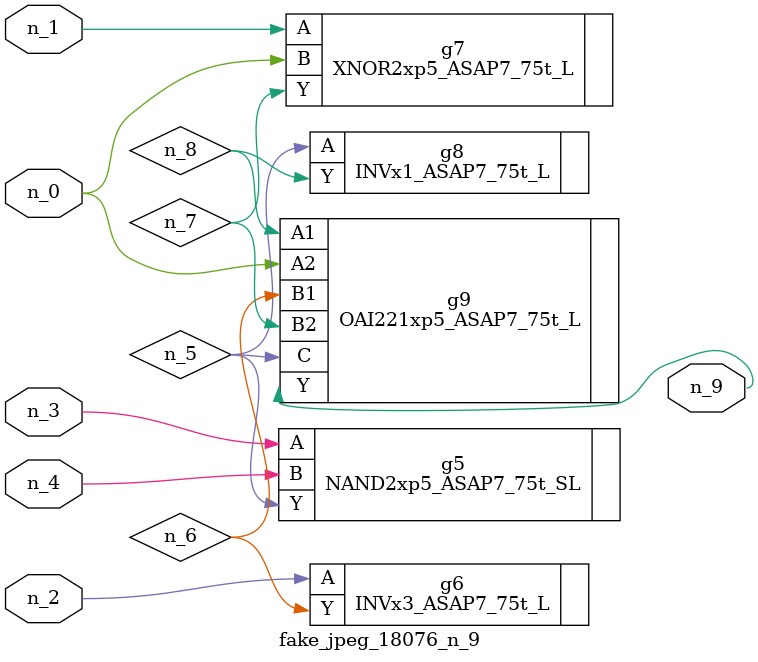
<source format=v>
module fake_jpeg_18076_n_9 (n_3, n_2, n_1, n_0, n_4, n_9);

input n_3;
input n_2;
input n_1;
input n_0;
input n_4;

output n_9;

wire n_8;
wire n_6;
wire n_5;
wire n_7;

NAND2xp5_ASAP7_75t_SL g5 ( 
.A(n_3),
.B(n_4),
.Y(n_5)
);

INVx3_ASAP7_75t_L g6 ( 
.A(n_2),
.Y(n_6)
);

XNOR2xp5_ASAP7_75t_L g7 ( 
.A(n_1),
.B(n_0),
.Y(n_7)
);

INVx1_ASAP7_75t_L g8 ( 
.A(n_5),
.Y(n_8)
);

OAI221xp5_ASAP7_75t_L g9 ( 
.A1(n_8),
.A2(n_0),
.B1(n_6),
.B2(n_7),
.C(n_5),
.Y(n_9)
);


endmodule
</source>
